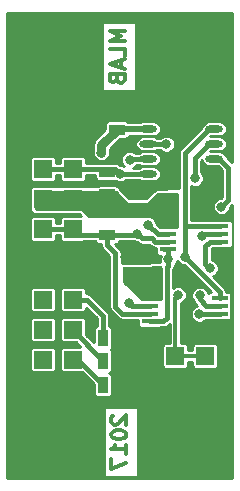
<source format=gbr>
G04 #@! TF.FileFunction,Copper,L2,Bot,Signal*
%FSLAX46Y46*%
G04 Gerber Fmt 4.6, Leading zero omitted, Abs format (unit mm)*
G04 Created by KiCad (PCBNEW (2016-09-17 revision 679eef1)-makepkg) date 01/02/17 11:18:57*
%MOMM*%
%LPD*%
G01*
G04 APERTURE LIST*
%ADD10C,0.150000*%
%ADD11C,0.300000*%
%ADD12R,1.450000X0.450000*%
%ADD13C,6.000000*%
%ADD14R,0.889000X1.397000*%
%ADD15R,1.397000X0.889000*%
%ADD16R,1.524000X1.524000*%
%ADD17O,1.473200X0.609600*%
%ADD18R,1.699260X1.300480*%
%ADD19C,0.800000*%
%ADD20C,0.200000*%
%ADD21C,0.400000*%
%ADD22C,0.800000*%
%ADD23C,0.500000*%
%ADD24C,0.254000*%
G04 APERTURE END LIST*
D10*
D11*
X9571904Y5911571D02*
X9510000Y5849666D01*
X9448095Y5725857D01*
X9448095Y5416333D01*
X9510000Y5292523D01*
X9571904Y5230619D01*
X9695714Y5168714D01*
X9819523Y5168714D01*
X10005238Y5230619D01*
X10748095Y5973476D01*
X10748095Y5168714D01*
X9448095Y4363952D02*
X9448095Y4240142D01*
X9510000Y4116333D01*
X9571904Y4054428D01*
X9695714Y3992523D01*
X9943333Y3930619D01*
X10252857Y3930619D01*
X10500476Y3992523D01*
X10624285Y4054428D01*
X10686190Y4116333D01*
X10748095Y4240142D01*
X10748095Y4363952D01*
X10686190Y4487761D01*
X10624285Y4549666D01*
X10500476Y4611571D01*
X10252857Y4673476D01*
X9943333Y4673476D01*
X9695714Y4611571D01*
X9571904Y4549666D01*
X9510000Y4487761D01*
X9448095Y4363952D01*
X10748095Y2692523D02*
X10748095Y3435380D01*
X10748095Y3063952D02*
X9448095Y3063952D01*
X9633809Y3187761D01*
X9757619Y3311571D01*
X9819523Y3435380D01*
X9448095Y2259190D02*
X9448095Y1392523D01*
X10748095Y1949666D01*
X10621095Y38488666D02*
X9321095Y38488666D01*
X10249666Y38055333D01*
X9321095Y37622000D01*
X10621095Y37622000D01*
X10621095Y36383904D02*
X10621095Y37002952D01*
X9321095Y37002952D01*
X10249666Y36012476D02*
X10249666Y35393428D01*
X10621095Y36136285D02*
X9321095Y35702952D01*
X10621095Y35269619D01*
X9940142Y34402952D02*
X10002047Y34217238D01*
X10063952Y34155333D01*
X10187761Y34093428D01*
X10373476Y34093428D01*
X10497285Y34155333D01*
X10559190Y34217238D01*
X10621095Y34341047D01*
X10621095Y34836285D01*
X9321095Y34836285D01*
X9321095Y34402952D01*
X9383000Y34279142D01*
X9444904Y34217238D01*
X9568714Y34155333D01*
X9692523Y34155333D01*
X9816333Y34217238D01*
X9878238Y34279142D01*
X9940142Y34402952D01*
X9940142Y34836285D01*
D12*
X18647200Y15859400D03*
X18647200Y15209400D03*
X18647200Y14559400D03*
X18647200Y13909400D03*
X12747200Y13909400D03*
X12747200Y14559400D03*
X12747200Y15209400D03*
X12747200Y15859400D03*
X18710000Y21955400D03*
X18710000Y21305400D03*
X18710000Y20655400D03*
X18710000Y20005400D03*
X14310000Y20005400D03*
X14310000Y20655400D03*
X14310000Y21305400D03*
X14310000Y21955400D03*
D13*
X15240000Y35560000D03*
X5080000Y35560000D03*
X5080000Y5080000D03*
X15240000Y5080000D03*
D14*
X16598900Y24130000D03*
X14693900Y24130000D03*
X13335000Y17881600D03*
X15240000Y17881600D03*
D15*
X9956800Y32042100D03*
X9956800Y30137100D03*
D14*
X10871200Y17830800D03*
X8966200Y17830800D03*
D16*
X6223000Y29337000D03*
X3683000Y29337000D03*
X6223000Y26797000D03*
X3683000Y26797000D03*
X3683000Y24257000D03*
X6223000Y24257000D03*
X6223000Y21717000D03*
X3683000Y21717000D03*
X3683000Y19177000D03*
X6223000Y19177000D03*
X6223000Y15748000D03*
X3683000Y15748000D03*
X3683000Y13208000D03*
X6223000Y13208000D03*
X6223000Y10668000D03*
X3683000Y10668000D03*
X14884400Y10972800D03*
X17424400Y10972800D03*
D14*
X8763000Y12496800D03*
X10668000Y12496800D03*
X10693400Y10566400D03*
X8788400Y10566400D03*
D15*
X9144000Y26555700D03*
X9144000Y24650700D03*
D14*
X8763000Y8534400D03*
X10668000Y8534400D03*
D15*
X9144000Y23101300D03*
X9144000Y21196300D03*
D17*
X12598400Y30200600D03*
X12598400Y28930600D03*
X12598400Y27660600D03*
X12598400Y26390600D03*
X18186400Y26390600D03*
X18186400Y27660600D03*
X18186400Y28930600D03*
X18186400Y30200600D03*
D18*
X11684000Y19839940D03*
X11684000Y23340060D03*
D19*
X13208002Y19304000D03*
X11836400Y12293600D03*
X2032000Y19202400D03*
X16560800Y12750800D03*
X17729200Y12700000D03*
X18999200Y12700000D03*
X19253200Y17018000D03*
X19253200Y17932400D03*
X18948400Y18999200D03*
X8331200Y32054800D03*
X11328400Y32004000D03*
X12192000Y8839200D03*
X18440400Y24790400D03*
X17729200Y24079200D03*
X17678400Y25247600D03*
X10617200Y19354800D03*
X8636000Y28194000D03*
X12039600Y17627600D03*
X10223602Y26390600D03*
X14310000Y19151600D03*
X11683994Y21336000D03*
X11023602Y27584400D03*
X15671988Y19389893D03*
X16967199Y16103600D03*
X17124873Y21155390D03*
X16560800Y26009600D03*
X18796000Y23622000D03*
X16916398Y14528800D03*
X17830800Y18389600D03*
X15112992Y16129000D03*
X10972800Y15494000D03*
X12552695Y22090121D03*
X14122400Y28905200D03*
D20*
X19549402Y22606000D02*
X18636715Y22606000D01*
X18636715Y22606000D02*
X17729200Y23513515D01*
X17729200Y23513515D02*
X17729200Y24079200D01*
X18948400Y18999200D02*
X19735001Y19785801D01*
X19735001Y19785801D02*
X19735001Y22420401D01*
X19735001Y22420401D02*
X19549402Y22606000D01*
D21*
X13157202Y19354800D02*
X13208002Y19304000D01*
X10617200Y19354800D02*
X13157202Y19354800D01*
D20*
X10668000Y12496800D02*
X11633200Y12496800D01*
X11633200Y12496800D02*
X11836400Y12293600D01*
X17729200Y12700000D02*
X16611600Y12700000D01*
X16611600Y12700000D02*
X16560800Y12750800D01*
X18647200Y13909400D02*
X18647200Y13052000D01*
X18647200Y13052000D02*
X18999200Y12700000D01*
X19253200Y17932400D02*
X19253200Y17018000D01*
D11*
X18710000Y19710400D02*
X18710000Y19480400D01*
D20*
X18710000Y19237600D02*
X18948400Y18999200D01*
D11*
X18710000Y20005400D02*
X18710000Y19710400D01*
D20*
X18710000Y19710400D02*
X18710000Y19237600D01*
X9956800Y32042100D02*
X11290300Y32042100D01*
X11290300Y32042100D02*
X11328400Y32004000D01*
D11*
X15240000Y5080000D02*
X12240001Y8079999D01*
X12240001Y8079999D02*
X12240001Y8791199D01*
X12240001Y8791199D02*
X12192000Y8839200D01*
X18710000Y19480400D02*
X19722201Y18468199D01*
X19722201Y18468199D02*
X19722201Y13959401D01*
X19722201Y13959401D02*
X19672200Y13909400D01*
X19672200Y13909400D02*
X18647200Y13909400D01*
D21*
X17729200Y24079200D02*
X18440400Y24790400D01*
X18186400Y26390600D02*
X18186400Y25755600D01*
X18186400Y25755600D02*
X17678400Y25247600D01*
X11684000Y19839940D02*
X11102340Y19839940D01*
X11102340Y19839940D02*
X10617200Y19354800D01*
X17272000Y33337500D02*
X17272000Y34957000D01*
X14097000Y33337500D02*
X14097000Y34830000D01*
X14097000Y34830000D02*
X14160500Y34893500D01*
D22*
X14732000Y6223000D02*
X17305020Y6223000D01*
X12192000Y6223000D02*
X14732000Y6223000D01*
X9956800Y30137100D02*
X9944100Y30137100D01*
X9944100Y30137100D02*
X8636000Y28829000D01*
X8636000Y28829000D02*
X8636000Y28194000D01*
X12039600Y17627600D02*
X11074400Y17627600D01*
X11074400Y17627600D02*
X10871200Y17830800D01*
D23*
X12598400Y30200600D02*
X10020300Y30200600D01*
X10020300Y30200600D02*
X9956800Y30137100D01*
D21*
X13872200Y13909400D02*
X12747200Y13909400D01*
X14310000Y18585915D02*
X14185999Y18461914D01*
X14310000Y19151600D02*
X14310000Y18585915D01*
X14185999Y18461914D02*
X14185999Y14223199D01*
X14185999Y14223199D02*
X13872200Y13909400D01*
X12598400Y26390600D02*
X10223602Y26390600D01*
X10223602Y26390600D02*
X10240140Y26390600D01*
X14310000Y20005400D02*
X14310000Y19151600D01*
X9823591Y26774049D02*
X10223590Y26374050D01*
X9800640Y26797000D02*
X9823591Y26774049D01*
X6223000Y26797000D02*
X9800640Y26797000D01*
X10240140Y26390600D02*
X10223590Y26374050D01*
X3683000Y26797000D02*
X6223000Y26797000D01*
X14310000Y20005400D02*
X13936632Y20005400D01*
X11683994Y21336000D02*
X12083993Y20936001D01*
X12083993Y20936001D02*
X12904399Y20936001D01*
X12904399Y20936001D02*
X13185000Y20655400D01*
X13185000Y20655400D02*
X14310000Y20655400D01*
X9144000Y21196300D02*
X11544294Y21196300D01*
X11544294Y21196300D02*
X11683994Y21336000D01*
X12747200Y14559400D02*
X10374598Y14559400D01*
X9144000Y20351800D02*
X9144000Y21196300D01*
X10374598Y14559400D02*
X9810701Y15123297D01*
X9810701Y15123297D02*
X9810701Y19685099D01*
X9810701Y19685099D02*
X9144000Y20351800D01*
X11099802Y27660600D02*
X11023602Y27584400D01*
X12598400Y27660600D02*
X11099802Y27660600D01*
X9144000Y21196300D02*
X6743700Y21196300D01*
X6743700Y21196300D02*
X6223000Y21717000D01*
X12598400Y27660600D02*
X12166600Y27660600D01*
X9398000Y21196300D02*
X9144000Y21196300D01*
X3683000Y21717000D02*
X6223000Y21717000D01*
X18647200Y15859400D02*
X18647200Y16414681D01*
X16071987Y18989894D02*
X15671988Y19389893D01*
X18647200Y16414681D02*
X16071987Y18989894D01*
X15748000Y22098000D02*
X15697200Y22047200D01*
X15697200Y22047200D02*
X15697200Y19405600D01*
X15697200Y19405600D02*
X15687695Y19405600D01*
X15687695Y19405600D02*
X15671988Y19389893D01*
X18186400Y30200600D02*
X17754600Y30200600D01*
X17754600Y30200600D02*
X15697200Y28143200D01*
X15697200Y28143200D02*
X15697200Y22148800D01*
X15697200Y22148800D02*
X15748000Y22098000D01*
X18710000Y21955400D02*
X15890600Y21955400D01*
X15890600Y21955400D02*
X15748000Y22098000D01*
X6223000Y15748000D02*
X7385000Y15748000D01*
X7385000Y15748000D02*
X8763000Y14370000D01*
X8763000Y14370000D02*
X8763000Y13595300D01*
X8763000Y13595300D02*
X8763000Y12496800D01*
X16967199Y15764401D02*
X16967199Y16103600D01*
X17522200Y15209400D02*
X16967199Y15764401D01*
X18647200Y15209400D02*
X17522200Y15209400D01*
X17274883Y21305400D02*
X17124873Y21155390D01*
X18710000Y21305400D02*
X17274883Y21305400D01*
X16560800Y27736800D02*
X16560800Y26009600D01*
X18186400Y28930600D02*
X17754600Y28930600D01*
X17754600Y28930600D02*
X16560800Y27736800D01*
X6223000Y13208000D02*
X6223000Y13131800D01*
X6223000Y13131800D02*
X8788400Y10566400D01*
X19195999Y24021999D02*
X18796000Y23622000D01*
X18618200Y27660600D02*
X19354800Y26924000D01*
X19354800Y24180800D02*
X19195999Y24021999D01*
X18186400Y27660600D02*
X18618200Y27660600D01*
X19354800Y26924000D02*
X19354800Y24180800D01*
X18647200Y14559400D02*
X16946998Y14559400D01*
X16946998Y14559400D02*
X16916398Y14528800D01*
X18710000Y20655400D02*
X17803715Y20655400D01*
X17803715Y20655400D02*
X17430801Y20282486D01*
X17430801Y20282486D02*
X17430801Y18789599D01*
X17430801Y18789599D02*
X17830800Y18389600D01*
X6223000Y10668000D02*
X6629400Y10668000D01*
X6629400Y10668000D02*
X8763000Y8534400D01*
D11*
X14884400Y15900408D02*
X15112992Y16129000D01*
X14884400Y10972800D02*
X14884400Y15900408D01*
X14884400Y10972800D02*
X17424400Y10972800D01*
D21*
X12747200Y15209400D02*
X11257400Y15209400D01*
X11257400Y15209400D02*
X10972800Y15494000D01*
X12552695Y22090121D02*
X12598821Y22090121D01*
X12598821Y22090121D02*
X13383542Y21305400D01*
X13383542Y21305400D02*
X14310000Y21305400D01*
X12598400Y28930600D02*
X14097000Y28930600D01*
X14097000Y28930600D02*
X14122400Y28905200D01*
D24*
G36*
X19664000Y27360090D02*
X19247831Y27776259D01*
X19222744Y27902379D01*
X19085787Y28107350D01*
X18880816Y28244307D01*
X18639037Y28292400D01*
X17861690Y28292400D01*
X17868090Y28298800D01*
X18639037Y28298800D01*
X18880816Y28346893D01*
X19085787Y28483850D01*
X19222744Y28688821D01*
X19270837Y28930600D01*
X19222744Y29172379D01*
X19085787Y29377350D01*
X18880816Y29514307D01*
X18639037Y29562400D01*
X17861690Y29562400D01*
X17868090Y29568800D01*
X18639037Y29568800D01*
X18880816Y29616893D01*
X19085787Y29753850D01*
X19222744Y29958821D01*
X19270837Y30200600D01*
X19222744Y30442379D01*
X19085787Y30647350D01*
X18880816Y30784307D01*
X18639037Y30832400D01*
X17733763Y30832400D01*
X17491984Y30784307D01*
X17287013Y30647350D01*
X17150056Y30442379D01*
X17124969Y30316259D01*
X15324555Y28515845D01*
X15210315Y28344875D01*
X15190311Y28244307D01*
X15170200Y28143200D01*
X15170200Y25155581D01*
X15138400Y25161906D01*
X14249400Y25161906D01*
X14121811Y25136527D01*
X14093185Y25117400D01*
X13360400Y25117400D01*
X13235263Y25092509D01*
X13129176Y25021624D01*
X12431258Y24323706D01*
X10948838Y24323706D01*
X10153609Y25207293D01*
X10150527Y25222789D01*
X10078254Y25330954D01*
X9970089Y25403227D01*
X9842500Y25428606D01*
X8445500Y25428606D01*
X8317911Y25403227D01*
X8209746Y25330954D01*
X8202828Y25320600D01*
X7122208Y25320600D01*
X7112589Y25327027D01*
X6985000Y25352406D01*
X5461000Y25352406D01*
X5333411Y25327027D01*
X5323792Y25320600D01*
X4582208Y25320600D01*
X4572589Y25327027D01*
X4445000Y25352406D01*
X2921000Y25352406D01*
X2793411Y25327027D01*
X2685246Y25254754D01*
X2612973Y25146589D01*
X2587594Y25019000D01*
X2587594Y23495000D01*
X2612973Y23367411D01*
X2619400Y23357792D01*
X2619400Y23317200D01*
X2644291Y23192063D01*
X2715176Y23085976D01*
X2821263Y23015091D01*
X2946400Y22990200D01*
X6722552Y22990200D01*
X6900346Y22812406D01*
X5461000Y22812406D01*
X5333411Y22787027D01*
X5225246Y22714754D01*
X5152973Y22606589D01*
X5127594Y22479000D01*
X5127594Y22244000D01*
X4778406Y22244000D01*
X4778406Y22479000D01*
X4753027Y22606589D01*
X4680754Y22714754D01*
X4572589Y22787027D01*
X4445000Y22812406D01*
X2921000Y22812406D01*
X2793411Y22787027D01*
X2685246Y22714754D01*
X2612973Y22606589D01*
X2587594Y22479000D01*
X2587594Y20955000D01*
X2612973Y20827411D01*
X2685246Y20719246D01*
X2793411Y20646973D01*
X2921000Y20621594D01*
X4445000Y20621594D01*
X4572589Y20646973D01*
X4680754Y20719246D01*
X4753027Y20827411D01*
X4778406Y20955000D01*
X4778406Y21190000D01*
X5127594Y21190000D01*
X5127594Y20955000D01*
X5152973Y20827411D01*
X5225246Y20719246D01*
X5333411Y20646973D01*
X5461000Y20621594D01*
X6985000Y20621594D01*
X7112589Y20646973D01*
X7146004Y20669300D01*
X8128504Y20669300D01*
X8137473Y20624211D01*
X8209746Y20516046D01*
X8317911Y20443773D01*
X8445500Y20418394D01*
X8617000Y20418394D01*
X8617000Y20351800D01*
X8657115Y20150125D01*
X8771355Y19979155D01*
X9283701Y19466808D01*
X9283701Y15123297D01*
X9323816Y14921622D01*
X9438056Y14750652D01*
X10001953Y14186755D01*
X10172924Y14072515D01*
X10374598Y14032400D01*
X11688794Y14032400D01*
X11688794Y13684400D01*
X11714173Y13556811D01*
X11786446Y13448646D01*
X11894611Y13376373D01*
X12022200Y13350994D01*
X13472200Y13350994D01*
X13599789Y13376373D01*
X13608809Y13382400D01*
X13872200Y13382400D01*
X14073875Y13422515D01*
X14244845Y13536755D01*
X14407400Y13699310D01*
X14407400Y12068206D01*
X14122400Y12068206D01*
X13994811Y12042827D01*
X13886646Y11970554D01*
X13814373Y11862389D01*
X13788994Y11734800D01*
X13788994Y10210800D01*
X13814373Y10083211D01*
X13886646Y9975046D01*
X13994811Y9902773D01*
X14122400Y9877394D01*
X15646400Y9877394D01*
X15773989Y9902773D01*
X15882154Y9975046D01*
X15954427Y10083211D01*
X15979806Y10210800D01*
X15979806Y10495800D01*
X16328994Y10495800D01*
X16328994Y10210800D01*
X16354373Y10083211D01*
X16426646Y9975046D01*
X16534811Y9902773D01*
X16662400Y9877394D01*
X18186400Y9877394D01*
X18313989Y9902773D01*
X18422154Y9975046D01*
X18494427Y10083211D01*
X18519806Y10210800D01*
X18519806Y11734800D01*
X18494427Y11862389D01*
X18422154Y11970554D01*
X18313989Y12042827D01*
X18186400Y12068206D01*
X16662400Y12068206D01*
X16534811Y12042827D01*
X16426646Y11970554D01*
X16354373Y11862389D01*
X16328994Y11734800D01*
X16328994Y11449800D01*
X15979806Y11449800D01*
X15979806Y11734800D01*
X15954427Y11862389D01*
X15882154Y11970554D01*
X15773989Y12042827D01*
X15646400Y12068206D01*
X15361400Y12068206D01*
X15361400Y15445025D01*
X15524267Y15512320D01*
X15728953Y15716650D01*
X15839866Y15983756D01*
X15840118Y16272975D01*
X15729672Y16540275D01*
X15525342Y16744961D01*
X15258236Y16855874D01*
X14969017Y16856126D01*
X14712999Y16750342D01*
X14712999Y18258697D01*
X14796885Y18384240D01*
X14837000Y18585915D01*
X14837000Y18650444D01*
X14925961Y18739250D01*
X15036874Y19006356D01*
X15036889Y19023196D01*
X15055308Y18978618D01*
X15259638Y18773932D01*
X15526744Y18663019D01*
X15653683Y18662908D01*
X17902670Y16413921D01*
X17794611Y16392427D01*
X17686446Y16320154D01*
X17672784Y16299708D01*
X17583879Y16514875D01*
X17379549Y16719561D01*
X17112443Y16830474D01*
X16823224Y16830726D01*
X16555924Y16720280D01*
X16351238Y16515950D01*
X16240325Y16248844D01*
X16240073Y15959625D01*
X16350519Y15692325D01*
X16481167Y15561449D01*
X16594554Y15391756D01*
X16742675Y15243635D01*
X16505123Y15145480D01*
X16300437Y14941150D01*
X16189524Y14674044D01*
X16189272Y14384825D01*
X16299718Y14117525D01*
X16504048Y13912839D01*
X16771154Y13801926D01*
X17060373Y13801674D01*
X17327673Y13912120D01*
X17448163Y14032400D01*
X17785591Y14032400D01*
X17794611Y14026373D01*
X17922200Y14000994D01*
X19372200Y14000994D01*
X19499789Y14026373D01*
X19607954Y14098646D01*
X19664000Y14182525D01*
X19664000Y656000D01*
X656000Y656000D01*
X656000Y6636191D01*
X8822000Y6636191D01*
X8822000Y729810D01*
X11726000Y729810D01*
X11726000Y6636191D01*
X8822000Y6636191D01*
X656000Y6636191D01*
X656000Y11430000D01*
X2587594Y11430000D01*
X2587594Y9906000D01*
X2612973Y9778411D01*
X2685246Y9670246D01*
X2793411Y9597973D01*
X2921000Y9572594D01*
X4445000Y9572594D01*
X4572589Y9597973D01*
X4680754Y9670246D01*
X4753027Y9778411D01*
X4778406Y9906000D01*
X4778406Y11430000D01*
X4753027Y11557589D01*
X4680754Y11665754D01*
X4572589Y11738027D01*
X4445000Y11763406D01*
X2921000Y11763406D01*
X2793411Y11738027D01*
X2685246Y11665754D01*
X2612973Y11557589D01*
X2587594Y11430000D01*
X656000Y11430000D01*
X656000Y13970000D01*
X2587594Y13970000D01*
X2587594Y12446000D01*
X2612973Y12318411D01*
X2685246Y12210246D01*
X2793411Y12137973D01*
X2921000Y12112594D01*
X4445000Y12112594D01*
X4572589Y12137973D01*
X4680754Y12210246D01*
X4753027Y12318411D01*
X4778406Y12446000D01*
X4778406Y13970000D01*
X4753027Y14097589D01*
X4680754Y14205754D01*
X4572589Y14278027D01*
X4445000Y14303406D01*
X2921000Y14303406D01*
X2793411Y14278027D01*
X2685246Y14205754D01*
X2612973Y14097589D01*
X2587594Y13970000D01*
X656000Y13970000D01*
X656000Y16510000D01*
X2587594Y16510000D01*
X2587594Y14986000D01*
X2612973Y14858411D01*
X2685246Y14750246D01*
X2793411Y14677973D01*
X2921000Y14652594D01*
X4445000Y14652594D01*
X4572589Y14677973D01*
X4680754Y14750246D01*
X4753027Y14858411D01*
X4778406Y14986000D01*
X4778406Y16510000D01*
X5127594Y16510000D01*
X5127594Y14986000D01*
X5152973Y14858411D01*
X5225246Y14750246D01*
X5333411Y14677973D01*
X5461000Y14652594D01*
X6985000Y14652594D01*
X7112589Y14677973D01*
X7220754Y14750246D01*
X7293027Y14858411D01*
X7318406Y14986000D01*
X7318406Y15069304D01*
X8236000Y14151710D01*
X8236000Y13512296D01*
X8190911Y13503327D01*
X8082746Y13431054D01*
X8010473Y13322889D01*
X7985094Y13195300D01*
X7985094Y12114997D01*
X7318406Y12781684D01*
X7318406Y13970000D01*
X7293027Y14097589D01*
X7220754Y14205754D01*
X7112589Y14278027D01*
X6985000Y14303406D01*
X5461000Y14303406D01*
X5333411Y14278027D01*
X5225246Y14205754D01*
X5152973Y14097589D01*
X5127594Y13970000D01*
X5127594Y12446000D01*
X5152973Y12318411D01*
X5225246Y12210246D01*
X5333411Y12137973D01*
X5461000Y12112594D01*
X6496916Y12112594D01*
X6846104Y11763406D01*
X5461000Y11763406D01*
X5333411Y11738027D01*
X5225246Y11665754D01*
X5152973Y11557589D01*
X5127594Y11430000D01*
X5127594Y9906000D01*
X5152973Y9778411D01*
X5225246Y9670246D01*
X5333411Y9597973D01*
X5461000Y9572594D01*
X6979516Y9572594D01*
X7985094Y8567016D01*
X7985094Y7835900D01*
X8010473Y7708311D01*
X8082746Y7600146D01*
X8190911Y7527873D01*
X8318500Y7502494D01*
X9207500Y7502494D01*
X9335089Y7527873D01*
X9443254Y7600146D01*
X9515527Y7708311D01*
X9540906Y7835900D01*
X9540906Y9232900D01*
X9515527Y9360489D01*
X9443254Y9468654D01*
X9335089Y9540927D01*
X9300165Y9547874D01*
X9360489Y9559873D01*
X9468654Y9632146D01*
X9540927Y9740311D01*
X9566306Y9867900D01*
X9566306Y11264900D01*
X9540927Y11392489D01*
X9468654Y11500654D01*
X9409640Y11540086D01*
X9443254Y11562546D01*
X9515527Y11670711D01*
X9540906Y11798300D01*
X9540906Y13195300D01*
X9515527Y13322889D01*
X9443254Y13431054D01*
X9335089Y13503327D01*
X9290000Y13512296D01*
X9290000Y14370000D01*
X9256540Y14538215D01*
X9249885Y14571675D01*
X9135645Y14742645D01*
X7757645Y16120645D01*
X7586675Y16234885D01*
X7385000Y16275000D01*
X7318406Y16275000D01*
X7318406Y16510000D01*
X7293027Y16637589D01*
X7220754Y16745754D01*
X7112589Y16818027D01*
X6985000Y16843406D01*
X5461000Y16843406D01*
X5333411Y16818027D01*
X5225246Y16745754D01*
X5152973Y16637589D01*
X5127594Y16510000D01*
X4778406Y16510000D01*
X4753027Y16637589D01*
X4680754Y16745754D01*
X4572589Y16818027D01*
X4445000Y16843406D01*
X2921000Y16843406D01*
X2793411Y16818027D01*
X2685246Y16745754D01*
X2612973Y16637589D01*
X2587594Y16510000D01*
X656000Y16510000D01*
X656000Y27559000D01*
X2587594Y27559000D01*
X2587594Y26035000D01*
X2612973Y25907411D01*
X2685246Y25799246D01*
X2793411Y25726973D01*
X2921000Y25701594D01*
X4445000Y25701594D01*
X4572589Y25726973D01*
X4680754Y25799246D01*
X4753027Y25907411D01*
X4778406Y26035000D01*
X4778406Y26270000D01*
X5127594Y26270000D01*
X5127594Y26035000D01*
X5152973Y25907411D01*
X5225246Y25799246D01*
X5333411Y25726973D01*
X5461000Y25701594D01*
X6985000Y25701594D01*
X7112589Y25726973D01*
X7220754Y25799246D01*
X7293027Y25907411D01*
X7318406Y26035000D01*
X7318406Y26270000D01*
X8112094Y26270000D01*
X8112094Y26111200D01*
X8137473Y25983611D01*
X8209746Y25875446D01*
X8317911Y25803173D01*
X8445500Y25777794D01*
X9808102Y25777794D01*
X9811252Y25774639D01*
X10078358Y25663726D01*
X10367577Y25663474D01*
X10634877Y25773920D01*
X10724713Y25863600D01*
X11819116Y25863600D01*
X11903984Y25806893D01*
X12145763Y25758800D01*
X13051037Y25758800D01*
X13292816Y25806893D01*
X13497787Y25943850D01*
X13634744Y26148821D01*
X13682837Y26390600D01*
X13634744Y26632379D01*
X13497787Y26837350D01*
X13292816Y26974307D01*
X13051037Y27022400D01*
X12145763Y27022400D01*
X11903984Y26974307D01*
X11819116Y26917600D01*
X11313577Y26917600D01*
X11434877Y26967720D01*
X11601046Y27133600D01*
X11819116Y27133600D01*
X11903984Y27076893D01*
X12145763Y27028800D01*
X13051037Y27028800D01*
X13292816Y27076893D01*
X13497787Y27213850D01*
X13634744Y27418821D01*
X13682837Y27660600D01*
X13634744Y27902379D01*
X13497787Y28107350D01*
X13292816Y28244307D01*
X13051037Y28292400D01*
X12145763Y28292400D01*
X11903984Y28244307D01*
X11819116Y28187600D01*
X11448691Y28187600D01*
X11435952Y28200361D01*
X11168846Y28311274D01*
X10879627Y28311526D01*
X10612327Y28201080D01*
X10407641Y27996750D01*
X10296728Y27729644D01*
X10296476Y27440425D01*
X10406922Y27173125D01*
X10528766Y27051069D01*
X10368846Y27117474D01*
X10225331Y27117599D01*
X10196239Y27146691D01*
X10196237Y27146694D01*
X10173285Y27169645D01*
X10081647Y27230877D01*
X10078254Y27235954D01*
X9970089Y27308227D01*
X9842500Y27333606D01*
X8445500Y27333606D01*
X8397207Y27324000D01*
X7318406Y27324000D01*
X7318406Y27559000D01*
X7293027Y27686589D01*
X7220754Y27794754D01*
X7112589Y27867027D01*
X6985000Y27892406D01*
X5461000Y27892406D01*
X5333411Y27867027D01*
X5225246Y27794754D01*
X5152973Y27686589D01*
X5127594Y27559000D01*
X5127594Y27324000D01*
X4778406Y27324000D01*
X4778406Y27559000D01*
X4753027Y27686589D01*
X4680754Y27794754D01*
X4572589Y27867027D01*
X4445000Y27892406D01*
X2921000Y27892406D01*
X2793411Y27867027D01*
X2685246Y27794754D01*
X2612973Y27686589D01*
X2587594Y27559000D01*
X656000Y27559000D01*
X656000Y28050025D01*
X7908874Y28050025D01*
X8019320Y27782725D01*
X8223650Y27578039D01*
X8490756Y27467126D01*
X8779975Y27466874D01*
X9047275Y27577320D01*
X9251961Y27781650D01*
X9362874Y28048756D01*
X9363126Y28337975D01*
X9363000Y28338280D01*
X9363000Y28527866D01*
X9765733Y28930600D01*
X11513963Y28930600D01*
X11562056Y28688821D01*
X11699013Y28483850D01*
X11903984Y28346893D01*
X12145763Y28298800D01*
X13051037Y28298800D01*
X13292816Y28346893D01*
X13377684Y28403600D01*
X13595888Y28403600D01*
X13710050Y28289239D01*
X13977156Y28178326D01*
X14266375Y28178074D01*
X14533675Y28288520D01*
X14738361Y28492850D01*
X14849274Y28759956D01*
X14849526Y29049175D01*
X14739080Y29316475D01*
X14534750Y29521161D01*
X14267644Y29632074D01*
X13978425Y29632326D01*
X13711125Y29521880D01*
X13646733Y29457600D01*
X13377684Y29457600D01*
X13292816Y29514307D01*
X13051037Y29562400D01*
X12145763Y29562400D01*
X11903984Y29514307D01*
X11699013Y29377350D01*
X11562056Y29172379D01*
X11513963Y28930600D01*
X9765733Y28930600D01*
X10194327Y29359194D01*
X10655300Y29359194D01*
X10782889Y29384573D01*
X10891054Y29456846D01*
X10963327Y29565011D01*
X10974981Y29623600D01*
X11893946Y29623600D01*
X11903984Y29616893D01*
X12145763Y29568800D01*
X13051037Y29568800D01*
X13292816Y29616893D01*
X13497787Y29753850D01*
X13634744Y29958821D01*
X13682837Y30200600D01*
X13634744Y30442379D01*
X13497787Y30647350D01*
X13292816Y30784307D01*
X13051037Y30832400D01*
X12145763Y30832400D01*
X11903984Y30784307D01*
X11893946Y30777600D01*
X10917617Y30777600D01*
X10891054Y30817354D01*
X10782889Y30889627D01*
X10655300Y30915006D01*
X9258300Y30915006D01*
X9130711Y30889627D01*
X9022546Y30817354D01*
X8950273Y30709189D01*
X8924894Y30581600D01*
X8924894Y30146027D01*
X8121933Y29343067D01*
X7964340Y29107211D01*
X7964340Y29107210D01*
X7908999Y28829000D01*
X7909000Y28828995D01*
X7909000Y28194635D01*
X7908874Y28050025D01*
X656000Y28050025D01*
X656000Y39275191D01*
X8695000Y39275191D01*
X8695000Y33368810D01*
X11599000Y33368810D01*
X11599000Y39275191D01*
X8695000Y39275191D01*
X656000Y39275191D01*
X656000Y39984000D01*
X19664000Y39984000D01*
X19664000Y27360090D01*
X19664000Y27360090D01*
G37*
X19664000Y27360090D02*
X19247831Y27776259D01*
X19222744Y27902379D01*
X19085787Y28107350D01*
X18880816Y28244307D01*
X18639037Y28292400D01*
X17861690Y28292400D01*
X17868090Y28298800D01*
X18639037Y28298800D01*
X18880816Y28346893D01*
X19085787Y28483850D01*
X19222744Y28688821D01*
X19270837Y28930600D01*
X19222744Y29172379D01*
X19085787Y29377350D01*
X18880816Y29514307D01*
X18639037Y29562400D01*
X17861690Y29562400D01*
X17868090Y29568800D01*
X18639037Y29568800D01*
X18880816Y29616893D01*
X19085787Y29753850D01*
X19222744Y29958821D01*
X19270837Y30200600D01*
X19222744Y30442379D01*
X19085787Y30647350D01*
X18880816Y30784307D01*
X18639037Y30832400D01*
X17733763Y30832400D01*
X17491984Y30784307D01*
X17287013Y30647350D01*
X17150056Y30442379D01*
X17124969Y30316259D01*
X15324555Y28515845D01*
X15210315Y28344875D01*
X15190311Y28244307D01*
X15170200Y28143200D01*
X15170200Y25155581D01*
X15138400Y25161906D01*
X14249400Y25161906D01*
X14121811Y25136527D01*
X14093185Y25117400D01*
X13360400Y25117400D01*
X13235263Y25092509D01*
X13129176Y25021624D01*
X12431258Y24323706D01*
X10948838Y24323706D01*
X10153609Y25207293D01*
X10150527Y25222789D01*
X10078254Y25330954D01*
X9970089Y25403227D01*
X9842500Y25428606D01*
X8445500Y25428606D01*
X8317911Y25403227D01*
X8209746Y25330954D01*
X8202828Y25320600D01*
X7122208Y25320600D01*
X7112589Y25327027D01*
X6985000Y25352406D01*
X5461000Y25352406D01*
X5333411Y25327027D01*
X5323792Y25320600D01*
X4582208Y25320600D01*
X4572589Y25327027D01*
X4445000Y25352406D01*
X2921000Y25352406D01*
X2793411Y25327027D01*
X2685246Y25254754D01*
X2612973Y25146589D01*
X2587594Y25019000D01*
X2587594Y23495000D01*
X2612973Y23367411D01*
X2619400Y23357792D01*
X2619400Y23317200D01*
X2644291Y23192063D01*
X2715176Y23085976D01*
X2821263Y23015091D01*
X2946400Y22990200D01*
X6722552Y22990200D01*
X6900346Y22812406D01*
X5461000Y22812406D01*
X5333411Y22787027D01*
X5225246Y22714754D01*
X5152973Y22606589D01*
X5127594Y22479000D01*
X5127594Y22244000D01*
X4778406Y22244000D01*
X4778406Y22479000D01*
X4753027Y22606589D01*
X4680754Y22714754D01*
X4572589Y22787027D01*
X4445000Y22812406D01*
X2921000Y22812406D01*
X2793411Y22787027D01*
X2685246Y22714754D01*
X2612973Y22606589D01*
X2587594Y22479000D01*
X2587594Y20955000D01*
X2612973Y20827411D01*
X2685246Y20719246D01*
X2793411Y20646973D01*
X2921000Y20621594D01*
X4445000Y20621594D01*
X4572589Y20646973D01*
X4680754Y20719246D01*
X4753027Y20827411D01*
X4778406Y20955000D01*
X4778406Y21190000D01*
X5127594Y21190000D01*
X5127594Y20955000D01*
X5152973Y20827411D01*
X5225246Y20719246D01*
X5333411Y20646973D01*
X5461000Y20621594D01*
X6985000Y20621594D01*
X7112589Y20646973D01*
X7146004Y20669300D01*
X8128504Y20669300D01*
X8137473Y20624211D01*
X8209746Y20516046D01*
X8317911Y20443773D01*
X8445500Y20418394D01*
X8617000Y20418394D01*
X8617000Y20351800D01*
X8657115Y20150125D01*
X8771355Y19979155D01*
X9283701Y19466808D01*
X9283701Y15123297D01*
X9323816Y14921622D01*
X9438056Y14750652D01*
X10001953Y14186755D01*
X10172924Y14072515D01*
X10374598Y14032400D01*
X11688794Y14032400D01*
X11688794Y13684400D01*
X11714173Y13556811D01*
X11786446Y13448646D01*
X11894611Y13376373D01*
X12022200Y13350994D01*
X13472200Y13350994D01*
X13599789Y13376373D01*
X13608809Y13382400D01*
X13872200Y13382400D01*
X14073875Y13422515D01*
X14244845Y13536755D01*
X14407400Y13699310D01*
X14407400Y12068206D01*
X14122400Y12068206D01*
X13994811Y12042827D01*
X13886646Y11970554D01*
X13814373Y11862389D01*
X13788994Y11734800D01*
X13788994Y10210800D01*
X13814373Y10083211D01*
X13886646Y9975046D01*
X13994811Y9902773D01*
X14122400Y9877394D01*
X15646400Y9877394D01*
X15773989Y9902773D01*
X15882154Y9975046D01*
X15954427Y10083211D01*
X15979806Y10210800D01*
X15979806Y10495800D01*
X16328994Y10495800D01*
X16328994Y10210800D01*
X16354373Y10083211D01*
X16426646Y9975046D01*
X16534811Y9902773D01*
X16662400Y9877394D01*
X18186400Y9877394D01*
X18313989Y9902773D01*
X18422154Y9975046D01*
X18494427Y10083211D01*
X18519806Y10210800D01*
X18519806Y11734800D01*
X18494427Y11862389D01*
X18422154Y11970554D01*
X18313989Y12042827D01*
X18186400Y12068206D01*
X16662400Y12068206D01*
X16534811Y12042827D01*
X16426646Y11970554D01*
X16354373Y11862389D01*
X16328994Y11734800D01*
X16328994Y11449800D01*
X15979806Y11449800D01*
X15979806Y11734800D01*
X15954427Y11862389D01*
X15882154Y11970554D01*
X15773989Y12042827D01*
X15646400Y12068206D01*
X15361400Y12068206D01*
X15361400Y15445025D01*
X15524267Y15512320D01*
X15728953Y15716650D01*
X15839866Y15983756D01*
X15840118Y16272975D01*
X15729672Y16540275D01*
X15525342Y16744961D01*
X15258236Y16855874D01*
X14969017Y16856126D01*
X14712999Y16750342D01*
X14712999Y18258697D01*
X14796885Y18384240D01*
X14837000Y18585915D01*
X14837000Y18650444D01*
X14925961Y18739250D01*
X15036874Y19006356D01*
X15036889Y19023196D01*
X15055308Y18978618D01*
X15259638Y18773932D01*
X15526744Y18663019D01*
X15653683Y18662908D01*
X17902670Y16413921D01*
X17794611Y16392427D01*
X17686446Y16320154D01*
X17672784Y16299708D01*
X17583879Y16514875D01*
X17379549Y16719561D01*
X17112443Y16830474D01*
X16823224Y16830726D01*
X16555924Y16720280D01*
X16351238Y16515950D01*
X16240325Y16248844D01*
X16240073Y15959625D01*
X16350519Y15692325D01*
X16481167Y15561449D01*
X16594554Y15391756D01*
X16742675Y15243635D01*
X16505123Y15145480D01*
X16300437Y14941150D01*
X16189524Y14674044D01*
X16189272Y14384825D01*
X16299718Y14117525D01*
X16504048Y13912839D01*
X16771154Y13801926D01*
X17060373Y13801674D01*
X17327673Y13912120D01*
X17448163Y14032400D01*
X17785591Y14032400D01*
X17794611Y14026373D01*
X17922200Y14000994D01*
X19372200Y14000994D01*
X19499789Y14026373D01*
X19607954Y14098646D01*
X19664000Y14182525D01*
X19664000Y656000D01*
X656000Y656000D01*
X656000Y6636191D01*
X8822000Y6636191D01*
X8822000Y729810D01*
X11726000Y729810D01*
X11726000Y6636191D01*
X8822000Y6636191D01*
X656000Y6636191D01*
X656000Y11430000D01*
X2587594Y11430000D01*
X2587594Y9906000D01*
X2612973Y9778411D01*
X2685246Y9670246D01*
X2793411Y9597973D01*
X2921000Y9572594D01*
X4445000Y9572594D01*
X4572589Y9597973D01*
X4680754Y9670246D01*
X4753027Y9778411D01*
X4778406Y9906000D01*
X4778406Y11430000D01*
X4753027Y11557589D01*
X4680754Y11665754D01*
X4572589Y11738027D01*
X4445000Y11763406D01*
X2921000Y11763406D01*
X2793411Y11738027D01*
X2685246Y11665754D01*
X2612973Y11557589D01*
X2587594Y11430000D01*
X656000Y11430000D01*
X656000Y13970000D01*
X2587594Y13970000D01*
X2587594Y12446000D01*
X2612973Y12318411D01*
X2685246Y12210246D01*
X2793411Y12137973D01*
X2921000Y12112594D01*
X4445000Y12112594D01*
X4572589Y12137973D01*
X4680754Y12210246D01*
X4753027Y12318411D01*
X4778406Y12446000D01*
X4778406Y13970000D01*
X4753027Y14097589D01*
X4680754Y14205754D01*
X4572589Y14278027D01*
X4445000Y14303406D01*
X2921000Y14303406D01*
X2793411Y14278027D01*
X2685246Y14205754D01*
X2612973Y14097589D01*
X2587594Y13970000D01*
X656000Y13970000D01*
X656000Y16510000D01*
X2587594Y16510000D01*
X2587594Y14986000D01*
X2612973Y14858411D01*
X2685246Y14750246D01*
X2793411Y14677973D01*
X2921000Y14652594D01*
X4445000Y14652594D01*
X4572589Y14677973D01*
X4680754Y14750246D01*
X4753027Y14858411D01*
X4778406Y14986000D01*
X4778406Y16510000D01*
X5127594Y16510000D01*
X5127594Y14986000D01*
X5152973Y14858411D01*
X5225246Y14750246D01*
X5333411Y14677973D01*
X5461000Y14652594D01*
X6985000Y14652594D01*
X7112589Y14677973D01*
X7220754Y14750246D01*
X7293027Y14858411D01*
X7318406Y14986000D01*
X7318406Y15069304D01*
X8236000Y14151710D01*
X8236000Y13512296D01*
X8190911Y13503327D01*
X8082746Y13431054D01*
X8010473Y13322889D01*
X7985094Y13195300D01*
X7985094Y12114997D01*
X7318406Y12781684D01*
X7318406Y13970000D01*
X7293027Y14097589D01*
X7220754Y14205754D01*
X7112589Y14278027D01*
X6985000Y14303406D01*
X5461000Y14303406D01*
X5333411Y14278027D01*
X5225246Y14205754D01*
X5152973Y14097589D01*
X5127594Y13970000D01*
X5127594Y12446000D01*
X5152973Y12318411D01*
X5225246Y12210246D01*
X5333411Y12137973D01*
X5461000Y12112594D01*
X6496916Y12112594D01*
X6846104Y11763406D01*
X5461000Y11763406D01*
X5333411Y11738027D01*
X5225246Y11665754D01*
X5152973Y11557589D01*
X5127594Y11430000D01*
X5127594Y9906000D01*
X5152973Y9778411D01*
X5225246Y9670246D01*
X5333411Y9597973D01*
X5461000Y9572594D01*
X6979516Y9572594D01*
X7985094Y8567016D01*
X7985094Y7835900D01*
X8010473Y7708311D01*
X8082746Y7600146D01*
X8190911Y7527873D01*
X8318500Y7502494D01*
X9207500Y7502494D01*
X9335089Y7527873D01*
X9443254Y7600146D01*
X9515527Y7708311D01*
X9540906Y7835900D01*
X9540906Y9232900D01*
X9515527Y9360489D01*
X9443254Y9468654D01*
X9335089Y9540927D01*
X9300165Y9547874D01*
X9360489Y9559873D01*
X9468654Y9632146D01*
X9540927Y9740311D01*
X9566306Y9867900D01*
X9566306Y11264900D01*
X9540927Y11392489D01*
X9468654Y11500654D01*
X9409640Y11540086D01*
X9443254Y11562546D01*
X9515527Y11670711D01*
X9540906Y11798300D01*
X9540906Y13195300D01*
X9515527Y13322889D01*
X9443254Y13431054D01*
X9335089Y13503327D01*
X9290000Y13512296D01*
X9290000Y14370000D01*
X9256540Y14538215D01*
X9249885Y14571675D01*
X9135645Y14742645D01*
X7757645Y16120645D01*
X7586675Y16234885D01*
X7385000Y16275000D01*
X7318406Y16275000D01*
X7318406Y16510000D01*
X7293027Y16637589D01*
X7220754Y16745754D01*
X7112589Y16818027D01*
X6985000Y16843406D01*
X5461000Y16843406D01*
X5333411Y16818027D01*
X5225246Y16745754D01*
X5152973Y16637589D01*
X5127594Y16510000D01*
X4778406Y16510000D01*
X4753027Y16637589D01*
X4680754Y16745754D01*
X4572589Y16818027D01*
X4445000Y16843406D01*
X2921000Y16843406D01*
X2793411Y16818027D01*
X2685246Y16745754D01*
X2612973Y16637589D01*
X2587594Y16510000D01*
X656000Y16510000D01*
X656000Y27559000D01*
X2587594Y27559000D01*
X2587594Y26035000D01*
X2612973Y25907411D01*
X2685246Y25799246D01*
X2793411Y25726973D01*
X2921000Y25701594D01*
X4445000Y25701594D01*
X4572589Y25726973D01*
X4680754Y25799246D01*
X4753027Y25907411D01*
X4778406Y26035000D01*
X4778406Y26270000D01*
X5127594Y26270000D01*
X5127594Y26035000D01*
X5152973Y25907411D01*
X5225246Y25799246D01*
X5333411Y25726973D01*
X5461000Y25701594D01*
X6985000Y25701594D01*
X7112589Y25726973D01*
X7220754Y25799246D01*
X7293027Y25907411D01*
X7318406Y26035000D01*
X7318406Y26270000D01*
X8112094Y26270000D01*
X8112094Y26111200D01*
X8137473Y25983611D01*
X8209746Y25875446D01*
X8317911Y25803173D01*
X8445500Y25777794D01*
X9808102Y25777794D01*
X9811252Y25774639D01*
X10078358Y25663726D01*
X10367577Y25663474D01*
X10634877Y25773920D01*
X10724713Y25863600D01*
X11819116Y25863600D01*
X11903984Y25806893D01*
X12145763Y25758800D01*
X13051037Y25758800D01*
X13292816Y25806893D01*
X13497787Y25943850D01*
X13634744Y26148821D01*
X13682837Y26390600D01*
X13634744Y26632379D01*
X13497787Y26837350D01*
X13292816Y26974307D01*
X13051037Y27022400D01*
X12145763Y27022400D01*
X11903984Y26974307D01*
X11819116Y26917600D01*
X11313577Y26917600D01*
X11434877Y26967720D01*
X11601046Y27133600D01*
X11819116Y27133600D01*
X11903984Y27076893D01*
X12145763Y27028800D01*
X13051037Y27028800D01*
X13292816Y27076893D01*
X13497787Y27213850D01*
X13634744Y27418821D01*
X13682837Y27660600D01*
X13634744Y27902379D01*
X13497787Y28107350D01*
X13292816Y28244307D01*
X13051037Y28292400D01*
X12145763Y28292400D01*
X11903984Y28244307D01*
X11819116Y28187600D01*
X11448691Y28187600D01*
X11435952Y28200361D01*
X11168846Y28311274D01*
X10879627Y28311526D01*
X10612327Y28201080D01*
X10407641Y27996750D01*
X10296728Y27729644D01*
X10296476Y27440425D01*
X10406922Y27173125D01*
X10528766Y27051069D01*
X10368846Y27117474D01*
X10225331Y27117599D01*
X10196239Y27146691D01*
X10196237Y27146694D01*
X10173285Y27169645D01*
X10081647Y27230877D01*
X10078254Y27235954D01*
X9970089Y27308227D01*
X9842500Y27333606D01*
X8445500Y27333606D01*
X8397207Y27324000D01*
X7318406Y27324000D01*
X7318406Y27559000D01*
X7293027Y27686589D01*
X7220754Y27794754D01*
X7112589Y27867027D01*
X6985000Y27892406D01*
X5461000Y27892406D01*
X5333411Y27867027D01*
X5225246Y27794754D01*
X5152973Y27686589D01*
X5127594Y27559000D01*
X5127594Y27324000D01*
X4778406Y27324000D01*
X4778406Y27559000D01*
X4753027Y27686589D01*
X4680754Y27794754D01*
X4572589Y27867027D01*
X4445000Y27892406D01*
X2921000Y27892406D01*
X2793411Y27867027D01*
X2685246Y27794754D01*
X2612973Y27686589D01*
X2587594Y27559000D01*
X656000Y27559000D01*
X656000Y28050025D01*
X7908874Y28050025D01*
X8019320Y27782725D01*
X8223650Y27578039D01*
X8490756Y27467126D01*
X8779975Y27466874D01*
X9047275Y27577320D01*
X9251961Y27781650D01*
X9362874Y28048756D01*
X9363126Y28337975D01*
X9363000Y28338280D01*
X9363000Y28527866D01*
X9765733Y28930600D01*
X11513963Y28930600D01*
X11562056Y28688821D01*
X11699013Y28483850D01*
X11903984Y28346893D01*
X12145763Y28298800D01*
X13051037Y28298800D01*
X13292816Y28346893D01*
X13377684Y28403600D01*
X13595888Y28403600D01*
X13710050Y28289239D01*
X13977156Y28178326D01*
X14266375Y28178074D01*
X14533675Y28288520D01*
X14738361Y28492850D01*
X14849274Y28759956D01*
X14849526Y29049175D01*
X14739080Y29316475D01*
X14534750Y29521161D01*
X14267644Y29632074D01*
X13978425Y29632326D01*
X13711125Y29521880D01*
X13646733Y29457600D01*
X13377684Y29457600D01*
X13292816Y29514307D01*
X13051037Y29562400D01*
X12145763Y29562400D01*
X11903984Y29514307D01*
X11699013Y29377350D01*
X11562056Y29172379D01*
X11513963Y28930600D01*
X9765733Y28930600D01*
X10194327Y29359194D01*
X10655300Y29359194D01*
X10782889Y29384573D01*
X10891054Y29456846D01*
X10963327Y29565011D01*
X10974981Y29623600D01*
X11893946Y29623600D01*
X11903984Y29616893D01*
X12145763Y29568800D01*
X13051037Y29568800D01*
X13292816Y29616893D01*
X13497787Y29753850D01*
X13634744Y29958821D01*
X13682837Y30200600D01*
X13634744Y30442379D01*
X13497787Y30647350D01*
X13292816Y30784307D01*
X13051037Y30832400D01*
X12145763Y30832400D01*
X11903984Y30784307D01*
X11893946Y30777600D01*
X10917617Y30777600D01*
X10891054Y30817354D01*
X10782889Y30889627D01*
X10655300Y30915006D01*
X9258300Y30915006D01*
X9130711Y30889627D01*
X9022546Y30817354D01*
X8950273Y30709189D01*
X8924894Y30581600D01*
X8924894Y30146027D01*
X8121933Y29343067D01*
X7964340Y29107211D01*
X7964340Y29107210D01*
X7908999Y28829000D01*
X7909000Y28828995D01*
X7909000Y28194635D01*
X7908874Y28050025D01*
X656000Y28050025D01*
X656000Y39275191D01*
X8695000Y39275191D01*
X8695000Y33368810D01*
X11599000Y33368810D01*
X11599000Y39275191D01*
X8695000Y39275191D01*
X656000Y39275191D01*
X656000Y39984000D01*
X19664000Y39984000D01*
X19664000Y27360090D01*
G36*
X19664000Y16236275D02*
X19607954Y16320154D01*
X19499789Y16392427D01*
X19372200Y16417806D01*
X19173578Y16417806D01*
X19134085Y16616355D01*
X19134085Y16616356D01*
X19019845Y16787326D01*
X18095015Y17712156D01*
X18242075Y17772920D01*
X18446761Y17977250D01*
X18557674Y18244356D01*
X18557926Y18533575D01*
X18447480Y18800875D01*
X18243150Y19005561D01*
X17976044Y19116474D01*
X17957801Y19116490D01*
X17957801Y20064196D01*
X17990599Y20096994D01*
X19435000Y20096994D01*
X19562589Y20122373D01*
X19664000Y20190133D01*
X19664000Y16236275D01*
X19664000Y16236275D01*
G37*
X19664000Y16236275D02*
X19607954Y16320154D01*
X19499789Y16392427D01*
X19372200Y16417806D01*
X19173578Y16417806D01*
X19134085Y16616355D01*
X19134085Y16616356D01*
X19019845Y16787326D01*
X18095015Y17712156D01*
X18242075Y17772920D01*
X18446761Y17977250D01*
X18557674Y18244356D01*
X18557926Y18533575D01*
X18447480Y18800875D01*
X18243150Y19005561D01*
X17976044Y19116474D01*
X17957801Y19116490D01*
X17957801Y20064196D01*
X17990599Y20096994D01*
X19435000Y20096994D01*
X19562589Y20122373D01*
X19664000Y20190133D01*
X19664000Y16236275D01*
G36*
X11538750Y20609126D02*
X11665689Y20609015D01*
X11711348Y20563356D01*
X11882318Y20449116D01*
X12083993Y20409001D01*
X12686109Y20409001D01*
X12812355Y20282755D01*
X12983326Y20168515D01*
X13185000Y20128400D01*
X13251594Y20128400D01*
X13251594Y19780400D01*
X13276973Y19652811D01*
X13349246Y19544646D01*
X13457411Y19472373D01*
X13585000Y19446994D01*
X13645474Y19446994D01*
X13583126Y19296844D01*
X13582874Y19007625D01*
X13621763Y18913506D01*
X12890500Y18913506D01*
X12762911Y18888127D01*
X12734285Y18869000D01*
X10414000Y18869000D01*
X10337701Y18853823D01*
X10337701Y19685099D01*
X10297586Y19886773D01*
X10235858Y19979155D01*
X10183347Y20057744D01*
X9822696Y20418394D01*
X9842500Y20418394D01*
X9970089Y20443773D01*
X10078254Y20516046D01*
X10150527Y20624211D01*
X10159496Y20669300D01*
X11393836Y20669300D01*
X11538750Y20609126D01*
X11538750Y20609126D01*
G37*
X11538750Y20609126D02*
X11665689Y20609015D01*
X11711348Y20563356D01*
X11882318Y20449116D01*
X12083993Y20409001D01*
X12686109Y20409001D01*
X12812355Y20282755D01*
X12983326Y20168515D01*
X13185000Y20128400D01*
X13251594Y20128400D01*
X13251594Y19780400D01*
X13276973Y19652811D01*
X13349246Y19544646D01*
X13457411Y19472373D01*
X13585000Y19446994D01*
X13645474Y19446994D01*
X13583126Y19296844D01*
X13582874Y19007625D01*
X13621763Y18913506D01*
X12890500Y18913506D01*
X12762911Y18888127D01*
X12734285Y18869000D01*
X10414000Y18869000D01*
X10337701Y18853823D01*
X10337701Y19685099D01*
X10297586Y19886773D01*
X10235858Y19979155D01*
X10183347Y20057744D01*
X9822696Y20418394D01*
X9842500Y20418394D01*
X9970089Y20443773D01*
X10078254Y20516046D01*
X10150527Y20624211D01*
X10159496Y20669300D01*
X11393836Y20669300D01*
X11538750Y20609126D01*
G36*
X17150056Y27418821D02*
X17287013Y27213850D01*
X17491984Y27076893D01*
X17733763Y27028800D01*
X18504710Y27028800D01*
X18827800Y26705710D01*
X18827800Y24399090D01*
X18777726Y24349016D01*
X18652025Y24349126D01*
X18384725Y24238680D01*
X18180039Y24034350D01*
X18069126Y23767244D01*
X18068874Y23478025D01*
X18179320Y23210725D01*
X18383650Y23006039D01*
X18650756Y22895126D01*
X18939975Y22894874D01*
X19207275Y23005320D01*
X19411961Y23209650D01*
X19522874Y23476756D01*
X19522985Y23603695D01*
X19568644Y23649354D01*
X19664000Y23744709D01*
X19664000Y22420667D01*
X19562589Y22488427D01*
X19435000Y22513806D01*
X17985000Y22513806D01*
X17857411Y22488427D01*
X17848391Y22482400D01*
X16224200Y22482400D01*
X16224200Y25362185D01*
X16415556Y25282726D01*
X16704775Y25282474D01*
X16972075Y25392920D01*
X17176761Y25597250D01*
X17287674Y25864356D01*
X17287926Y26153575D01*
X17177480Y26420875D01*
X17087800Y26510711D01*
X17087800Y27518510D01*
X17123188Y27553898D01*
X17150056Y27418821D01*
X17150056Y27418821D01*
G37*
X17150056Y27418821D02*
X17287013Y27213850D01*
X17491984Y27076893D01*
X17733763Y27028800D01*
X18504710Y27028800D01*
X18827800Y26705710D01*
X18827800Y24399090D01*
X18777726Y24349016D01*
X18652025Y24349126D01*
X18384725Y24238680D01*
X18180039Y24034350D01*
X18069126Y23767244D01*
X18068874Y23478025D01*
X18179320Y23210725D01*
X18383650Y23006039D01*
X18650756Y22895126D01*
X18939975Y22894874D01*
X19207275Y23005320D01*
X19411961Y23209650D01*
X19522874Y23476756D01*
X19522985Y23603695D01*
X19568644Y23649354D01*
X19664000Y23744709D01*
X19664000Y22420667D01*
X19562589Y22488427D01*
X19435000Y22513806D01*
X17985000Y22513806D01*
X17857411Y22488427D01*
X17848391Y22482400D01*
X16224200Y22482400D01*
X16224200Y25362185D01*
X16415556Y25282726D01*
X16704775Y25282474D01*
X16972075Y25392920D01*
X17176761Y25597250D01*
X17287674Y25864356D01*
X17287926Y26153575D01*
X17177480Y26420875D01*
X17087800Y26510711D01*
X17087800Y27518510D01*
X17123188Y27553898D01*
X17150056Y27418821D01*
G36*
X10726002Y23892641D02*
X10765700Y23862984D01*
X10820400Y23850600D01*
X12547600Y23850600D01*
X12596201Y23860267D01*
X12637403Y23887797D01*
X13413006Y24663400D01*
X15011400Y24663400D01*
X15011400Y21869400D01*
X13616206Y21869400D01*
X13279796Y22205810D01*
X13279821Y22234096D01*
X13169375Y22501396D01*
X12965045Y22706082D01*
X12697939Y22816995D01*
X12408720Y22817247D01*
X12327772Y22783800D01*
X7571006Y22783800D01*
X6947803Y23407003D01*
X6906601Y23434533D01*
X6858000Y23444200D01*
X3073400Y23444200D01*
X3073400Y24866600D01*
X9849439Y24866600D01*
X10726002Y23892641D01*
X10726002Y23892641D01*
G37*
X10726002Y23892641D02*
X10765700Y23862984D01*
X10820400Y23850600D01*
X12547600Y23850600D01*
X12596201Y23860267D01*
X12637403Y23887797D01*
X13413006Y24663400D01*
X15011400Y24663400D01*
X15011400Y21869400D01*
X13616206Y21869400D01*
X13279796Y22205810D01*
X13279821Y22234096D01*
X13169375Y22501396D01*
X12965045Y22706082D01*
X12697939Y22816995D01*
X12408720Y22817247D01*
X12327772Y22783800D01*
X7571006Y22783800D01*
X6947803Y23407003D01*
X6906601Y23434533D01*
X6858000Y23444200D01*
X3073400Y23444200D01*
X3073400Y24866600D01*
X9849439Y24866600D01*
X10726002Y23892641D01*
G36*
X13639800Y15773400D02*
X12040190Y15773400D01*
X10541000Y17224229D01*
X10541000Y18415000D01*
X13639800Y18415000D01*
X13639800Y15773400D01*
X13639800Y15773400D01*
G37*
X13639800Y15773400D02*
X12040190Y15773400D01*
X10541000Y17224229D01*
X10541000Y18415000D01*
X13639800Y18415000D01*
X13639800Y15773400D01*
M02*

</source>
